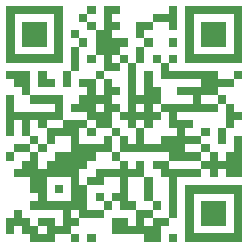
<source format=gbo>
G04 Layer: BottomSilkscreenLayer*
G04 EasyEDA v6.5.40, 2024-06-14 14:15:58*
G04 Gerber Generator version 0.2*
G04 Scale: 100 percent, Rotated: No, Reflected: No *
G04 Dimensions in millimeters *
G04 leading zeros omitted , absolute positions ,4 integer and 5 decimal *
%FSLAX45Y45*%
%MOMM*%

%ADD10C,0.0001*%

%LPD*%
G36*
X5879947Y1143101D02*
G01*
X5879947Y1070152D01*
X6289802Y1070152D01*
X6289802Y733247D01*
X5952845Y733247D01*
X5952845Y1070152D01*
X5879947Y1070152D01*
X5879947Y660298D01*
X6362700Y660298D01*
X6362700Y1143101D01*
G37*
G36*
X5052364Y1143101D02*
G01*
X5052364Y1074115D01*
X4983378Y1074115D01*
X4983378Y1005128D01*
X5052364Y1005128D01*
X5052364Y936193D01*
X5121351Y936193D01*
X5121351Y729284D01*
X5052364Y729284D01*
X5052364Y660298D01*
X5121351Y660298D01*
X5121351Y729284D01*
X5190286Y729284D01*
X5190286Y591362D01*
X5121351Y591362D01*
X5121351Y522376D01*
X4983378Y522376D01*
X4983378Y453440D01*
X5052364Y453440D01*
X5052364Y384454D01*
X4983378Y384454D01*
X4983378Y315468D01*
X5190286Y315468D01*
X5190286Y246532D01*
X5121351Y246532D01*
X5121351Y315468D01*
X4914442Y315468D01*
X4914442Y246532D01*
X5052364Y246532D01*
X5052364Y177546D01*
X4845456Y177546D01*
X4845456Y384454D01*
X4569612Y384454D01*
X4569612Y591362D01*
X4362704Y591362D01*
X4362704Y522376D01*
X4431690Y522376D01*
X4431690Y453440D01*
X4500626Y453440D01*
X4500626Y384454D01*
X4569612Y384454D01*
X4569612Y315468D01*
X4776520Y315468D01*
X4776520Y246532D01*
X4431690Y246532D01*
X4431690Y384454D01*
X4362704Y384454D01*
X4362704Y39624D01*
X4431690Y39624D01*
X4431690Y177546D01*
X4638548Y177546D01*
X4638548Y108610D01*
X4707534Y108610D01*
X4707534Y177546D01*
X4845456Y177546D01*
X4845456Y108610D01*
X4707534Y108610D01*
X4707534Y-29311D01*
X4776520Y-29311D01*
X4776520Y39624D01*
X4914442Y39624D01*
X4914442Y-98298D01*
X4776520Y-98298D01*
X4776520Y-167284D01*
X4707534Y-167284D01*
X4707534Y-236220D01*
X4638548Y-236220D01*
X4638548Y-98298D01*
X4569612Y-98298D01*
X4569612Y-29311D01*
X4638548Y-29311D01*
X4638548Y39624D01*
X4569612Y39624D01*
X4569612Y177546D01*
X4500626Y177546D01*
X4500626Y39624D01*
X4569612Y39624D01*
X4569612Y-29311D01*
X4431690Y-29311D01*
X4431690Y-98298D01*
X4362704Y-98298D01*
X4362704Y-167284D01*
X4431690Y-167284D01*
X4431690Y-98298D01*
X4569612Y-98298D01*
X4569612Y-167284D01*
X4500626Y-167284D01*
X4500626Y-236220D01*
X4431690Y-236220D01*
X4431690Y-305206D01*
X4914442Y-305206D01*
X4914442Y-374142D01*
X4983378Y-374142D01*
X4983378Y-236220D01*
X5052364Y-236220D01*
X5052364Y-167284D01*
X5121351Y-167284D01*
X5121351Y-98298D01*
X5259273Y-98298D01*
X5259273Y39624D01*
X5190286Y39624D01*
X5190286Y-29311D01*
X4983378Y-29311D01*
X4983378Y108610D01*
X5052364Y108610D01*
X5052364Y177546D01*
X5121351Y177546D01*
X5121351Y108610D01*
X5259273Y108610D01*
X5259273Y246532D01*
X5328208Y246532D01*
X5328208Y315468D01*
X5259273Y315468D01*
X5259273Y384454D01*
X5328208Y384454D01*
X5328208Y453440D01*
X5259273Y453440D01*
X5259273Y522376D01*
X5190286Y522376D01*
X5190286Y384454D01*
X5121351Y384454D01*
X5121351Y522376D01*
X5190286Y522376D01*
X5190286Y591362D01*
X5328208Y591362D01*
X5328208Y660298D01*
X5259273Y660298D01*
X5259273Y729284D01*
X5328208Y729284D01*
X5328208Y660298D01*
X5397195Y660298D01*
X5397195Y315468D01*
X5535117Y315468D01*
X5535117Y246532D01*
X5466130Y246532D01*
X5466130Y315468D01*
X5397195Y315468D01*
X5397195Y246532D01*
X5328208Y246532D01*
X5328208Y177546D01*
X5397195Y177546D01*
X5397195Y108610D01*
X5466130Y108610D01*
X5466130Y177546D01*
X5535117Y177546D01*
X5535117Y108610D01*
X5604103Y108610D01*
X5604103Y177546D01*
X5673039Y177546D01*
X5673039Y246532D01*
X5604103Y246532D01*
X5604103Y315468D01*
X5673039Y315468D01*
X5673039Y246532D01*
X5742025Y246532D01*
X5742025Y108610D01*
X5810961Y108610D01*
X5810961Y39624D01*
X5673039Y39624D01*
X5673039Y-29311D01*
X5535117Y-29311D01*
X5535117Y108610D01*
X5466130Y108610D01*
X5466130Y-29311D01*
X5397195Y-29311D01*
X5397195Y39624D01*
X5328208Y39624D01*
X5328208Y-98298D01*
X5742025Y-98298D01*
X5742025Y-167284D01*
X6017869Y-167284D01*
X6017869Y-98298D01*
X5879947Y-98298D01*
X5879947Y-29311D01*
X6017869Y-29311D01*
X6017869Y-98298D01*
X6086856Y-98298D01*
X6086856Y-167284D01*
X6017869Y-167284D01*
X6017869Y-236220D01*
X5742025Y-236220D01*
X5742025Y-167284D01*
X5604103Y-167284D01*
X5604103Y-236220D01*
X5673039Y-236220D01*
X5673039Y-305206D01*
X5742025Y-305206D01*
X5742025Y-650036D01*
X5604103Y-650036D01*
X5604103Y-718972D01*
X5535117Y-718972D01*
X5535117Y-650036D01*
X5604103Y-650036D01*
X5604103Y-581050D01*
X5466130Y-581050D01*
X5466130Y-512114D01*
X5397195Y-512114D01*
X5397195Y-305206D01*
X5535117Y-305206D01*
X5535117Y-167284D01*
X5466130Y-167284D01*
X5466130Y-236220D01*
X5397195Y-236220D01*
X5397195Y-167284D01*
X5328208Y-167284D01*
X5328208Y-236220D01*
X5121351Y-236220D01*
X5121351Y-305206D01*
X5052364Y-305206D01*
X5052364Y-374142D01*
X5190286Y-374142D01*
X5190286Y-305206D01*
X5328208Y-305206D01*
X5328208Y-443128D01*
X5259273Y-443128D01*
X5259273Y-512114D01*
X5190286Y-512114D01*
X5190286Y-581050D01*
X5052364Y-581050D01*
X5052364Y-374142D01*
X4914442Y-374142D01*
X4914442Y-512114D01*
X4707534Y-512114D01*
X4707534Y-305206D01*
X4569612Y-305206D01*
X4569612Y-443128D01*
X4638548Y-443128D01*
X4638548Y-512114D01*
X4569612Y-512114D01*
X4569612Y-581050D01*
X4983378Y-581050D01*
X4983378Y-650036D01*
X4914442Y-650036D01*
X4914442Y-581050D01*
X4845456Y-581050D01*
X4845456Y-718972D01*
X4776520Y-718972D01*
X4776520Y-650036D01*
X4638548Y-650036D01*
X4638548Y-718972D01*
X4707534Y-718972D01*
X4707534Y-787958D01*
X4638548Y-787958D01*
X4638548Y-718972D01*
X4569612Y-718972D01*
X4569612Y-650036D01*
X4500626Y-650036D01*
X4500626Y-581050D01*
X4431690Y-581050D01*
X4431690Y-650036D01*
X4362704Y-650036D01*
X4362704Y-787958D01*
X4431690Y-787958D01*
X4431690Y-718972D01*
X4500626Y-718972D01*
X4500626Y-787958D01*
X4569612Y-787958D01*
X4569612Y-856894D01*
X4776520Y-856894D01*
X4776520Y-787958D01*
X4914442Y-787958D01*
X4914442Y-856894D01*
X4983378Y-856894D01*
X4983378Y-787958D01*
X4914442Y-787958D01*
X4914442Y-718972D01*
X4983378Y-718972D01*
X4983378Y-650036D01*
X5190286Y-650036D01*
X5190286Y-581050D01*
X5259273Y-581050D01*
X5259273Y-512114D01*
X5328208Y-512114D01*
X5328208Y-581050D01*
X5466130Y-581050D01*
X5466130Y-718972D01*
X5397195Y-718972D01*
X5397195Y-650036D01*
X5259273Y-650036D01*
X5259273Y-787958D01*
X5535117Y-787958D01*
X5535117Y-856894D01*
X5673039Y-856894D01*
X5673039Y-718972D01*
X5742025Y-718972D01*
X5742025Y-650036D01*
X5810961Y-650036D01*
X5810961Y-305206D01*
X6017869Y-305206D01*
X6017869Y-236220D01*
X6086856Y-236220D01*
X6086856Y-305206D01*
X6155791Y-305206D01*
X6155791Y-236220D01*
X6224778Y-236220D01*
X6224778Y-305206D01*
X6362700Y-305206D01*
X6362700Y39624D01*
X6293713Y39624D01*
X6293713Y-98298D01*
X6224778Y-98298D01*
X6224778Y-167284D01*
X6155791Y-167284D01*
X6155791Y-98298D01*
X6086856Y-98298D01*
X6086856Y-29311D01*
X6017869Y-29311D01*
X6017869Y39624D01*
X6086856Y39624D01*
X6086856Y108610D01*
X6017869Y108610D01*
X6017869Y39624D01*
X5879947Y39624D01*
X5879947Y108610D01*
X5948883Y108610D01*
X5948883Y177546D01*
X5810961Y177546D01*
X5810961Y246532D01*
X6155791Y246532D01*
X6155791Y315468D01*
X6224778Y315468D01*
X6224778Y108610D01*
X6155791Y108610D01*
X6155791Y-29311D01*
X6224778Y-29311D01*
X6224778Y108610D01*
X6293713Y108610D01*
X6293713Y177546D01*
X6362700Y177546D01*
X6362700Y246532D01*
X6293713Y246532D01*
X6293713Y315468D01*
X6224778Y315468D01*
X6224778Y384454D01*
X6155791Y384454D01*
X6155791Y453440D01*
X6293713Y453440D01*
X6293713Y522376D01*
X6362700Y522376D01*
X6362700Y591362D01*
X6293713Y591362D01*
X6293713Y522376D01*
X6155791Y522376D01*
X6155791Y591362D01*
X5742025Y591362D01*
X5742025Y660298D01*
X5810961Y660298D01*
X5810961Y729284D01*
X5742025Y729284D01*
X5742025Y660298D01*
X5673039Y660298D01*
X5673039Y729284D01*
X5604103Y729284D01*
X5604103Y660298D01*
X5673039Y660298D01*
X5673039Y522376D01*
X6017869Y522376D01*
X6017869Y453440D01*
X5810961Y453440D01*
X5810961Y384454D01*
X6155791Y384454D01*
X6155791Y315468D01*
X6017869Y315468D01*
X6017869Y384454D01*
X5948883Y384454D01*
X5948883Y315468D01*
X5673039Y315468D01*
X5673039Y453440D01*
X5604103Y453440D01*
X5604103Y591362D01*
X5535117Y591362D01*
X5535117Y384454D01*
X5466130Y384454D01*
X5466130Y660298D01*
X5535117Y660298D01*
X5535117Y798271D01*
X5604103Y798271D01*
X5604103Y867206D01*
X5535117Y867206D01*
X5535117Y936193D01*
X5604103Y936193D01*
X5604103Y1005128D01*
X5742025Y1005128D01*
X5742025Y936193D01*
X5810961Y936193D01*
X5810961Y1143101D01*
X5742025Y1143101D01*
X5742025Y1074115D01*
X5604103Y1074115D01*
X5604103Y1005128D01*
X5466130Y1005128D01*
X5466130Y867206D01*
X5535117Y867206D01*
X5535117Y798271D01*
X5466130Y798271D01*
X5466130Y660298D01*
X5397195Y660298D01*
X5397195Y729284D01*
X5328208Y729284D01*
X5328208Y798271D01*
X5397195Y798271D01*
X5397195Y867206D01*
X5259273Y867206D01*
X5259273Y936193D01*
X5328208Y936193D01*
X5328208Y1005128D01*
X5259273Y1005128D01*
X5259273Y1074115D01*
X5328208Y1074115D01*
X5328208Y1143101D01*
X5190286Y1143101D01*
X5190286Y936193D01*
X5121351Y936193D01*
X5121351Y1005128D01*
X5052364Y1005128D01*
X5052364Y1074115D01*
X5121351Y1074115D01*
X5121351Y1143101D01*
G37*
G36*
X4362704Y1143101D02*
G01*
X4362704Y1070152D01*
X4772558Y1070152D01*
X4772558Y733247D01*
X4435602Y733247D01*
X4435602Y1070152D01*
X4362704Y1070152D01*
X4362704Y660298D01*
X4845456Y660298D01*
X4845456Y1143101D01*
G37*
G36*
X6017869Y1005128D02*
G01*
X6017869Y798271D01*
X6224778Y798271D01*
X6224778Y1005128D01*
G37*
G36*
X4500626Y1005128D02*
G01*
X4500626Y798271D01*
X4707534Y798271D01*
X4707534Y1005128D01*
G37*
G36*
X4914442Y936193D02*
G01*
X4914442Y867206D01*
X4983378Y867206D01*
X4983378Y798271D01*
X4914442Y798271D01*
X4914442Y591362D01*
X4845456Y591362D01*
X4845456Y453440D01*
X4914442Y453440D01*
X4914442Y591362D01*
X4983378Y591362D01*
X4983378Y798271D01*
X5052364Y798271D01*
X5052364Y867206D01*
X4983378Y867206D01*
X4983378Y936193D01*
G37*
G36*
X5742025Y867206D02*
G01*
X5742025Y798271D01*
X5810961Y798271D01*
X5810961Y867206D01*
G37*
G36*
X4638548Y591362D02*
G01*
X4638548Y453440D01*
X4776520Y453440D01*
X4776520Y522376D01*
X4707534Y522376D01*
X4707534Y591362D01*
G37*
G36*
X5259273Y108610D02*
G01*
X5259273Y39624D01*
X5328208Y39624D01*
X5328208Y108610D01*
G37*
G36*
X5052364Y108610D02*
G01*
X5052364Y39624D01*
X5121351Y39624D01*
X5121351Y108610D01*
G37*
G36*
X4638548Y-29311D02*
G01*
X4638548Y-98298D01*
X4707534Y-98298D01*
X4707534Y-29311D01*
G37*
G36*
X5259273Y-98298D02*
G01*
X5259273Y-167284D01*
X5328208Y-167284D01*
X5328208Y-98298D01*
G37*
G36*
X5535117Y-305206D02*
G01*
X5535117Y-512114D01*
X5604103Y-512114D01*
X5604103Y-581050D01*
X5673039Y-581050D01*
X5673039Y-512114D01*
X5604103Y-512114D01*
X5604103Y-305206D01*
G37*
G36*
X5879947Y-374142D02*
G01*
X5879947Y-447090D01*
X6289802Y-447090D01*
X6289802Y-783996D01*
X5952845Y-783996D01*
X5952845Y-447090D01*
X5879947Y-447090D01*
X5879947Y-856894D01*
X6362700Y-856894D01*
X6362700Y-374142D01*
G37*
G36*
X4776520Y-374142D02*
G01*
X4776520Y-443128D01*
X4845456Y-443128D01*
X4845456Y-374142D01*
G37*
G36*
X5121351Y-443128D02*
G01*
X5121351Y-512114D01*
X5190286Y-512114D01*
X5190286Y-443128D01*
G37*
G36*
X6017869Y-512114D02*
G01*
X6017869Y-718972D01*
X6224778Y-718972D01*
X6224778Y-512114D01*
G37*
G36*
X5742025Y-787958D02*
G01*
X5742025Y-856894D01*
X5810961Y-856894D01*
X5810961Y-787958D01*
G37*
G36*
X5052364Y-787958D02*
G01*
X5052364Y-856894D01*
X5121351Y-856894D01*
X5121351Y-787958D01*
G37*
M02*

</source>
